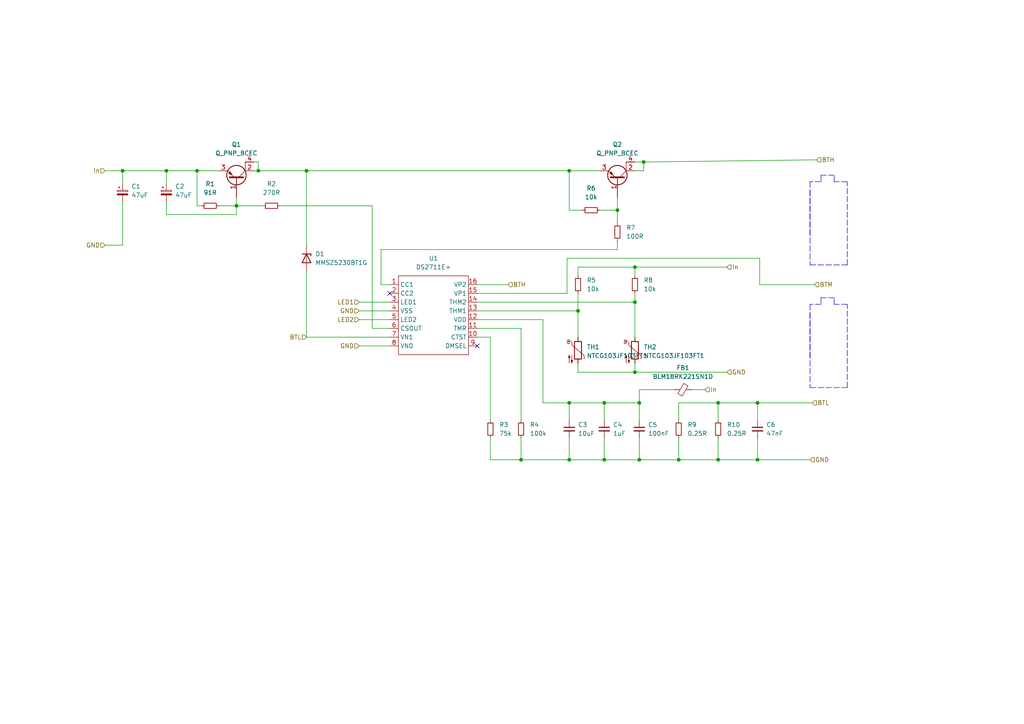
<source format=kicad_sch>
(kicad_sch (version 20211123) (generator eeschema)

  (uuid 1895faed-13c7-4877-930c-ef39a1d7419c)

  (paper "A4")

  (lib_symbols
    (symbol "Device:C_Polarized_Small" (pin_numbers hide) (pin_names (offset 0.254) hide) (in_bom yes) (on_board yes)
      (property "Reference" "C" (id 0) (at 0.254 1.778 0)
        (effects (font (size 1.27 1.27)) (justify left))
      )
      (property "Value" "C_Polarized_Small" (id 1) (at 0.254 -2.032 0)
        (effects (font (size 1.27 1.27)) (justify left))
      )
      (property "Footprint" "" (id 2) (at 0 0 0)
        (effects (font (size 1.27 1.27)) hide)
      )
      (property "Datasheet" "~" (id 3) (at 0 0 0)
        (effects (font (size 1.27 1.27)) hide)
      )
      (property "ki_keywords" "cap capacitor" (id 4) (at 0 0 0)
        (effects (font (size 1.27 1.27)) hide)
      )
      (property "ki_description" "Polarized capacitor, small symbol" (id 5) (at 0 0 0)
        (effects (font (size 1.27 1.27)) hide)
      )
      (property "ki_fp_filters" "CP_*" (id 6) (at 0 0 0)
        (effects (font (size 1.27 1.27)) hide)
      )
      (symbol "C_Polarized_Small_0_1"
        (rectangle (start -1.524 -0.3048) (end 1.524 -0.6858)
          (stroke (width 0) (type default) (color 0 0 0 0))
          (fill (type outline))
        )
        (rectangle (start -1.524 0.6858) (end 1.524 0.3048)
          (stroke (width 0) (type default) (color 0 0 0 0))
          (fill (type none))
        )
        (polyline
          (pts
            (xy -1.27 1.524)
            (xy -0.762 1.524)
          )
          (stroke (width 0) (type default) (color 0 0 0 0))
          (fill (type none))
        )
        (polyline
          (pts
            (xy -1.016 1.27)
            (xy -1.016 1.778)
          )
          (stroke (width 0) (type default) (color 0 0 0 0))
          (fill (type none))
        )
      )
      (symbol "C_Polarized_Small_1_1"
        (pin passive line (at 0 2.54 270) (length 1.8542)
          (name "~" (effects (font (size 1.27 1.27))))
          (number "1" (effects (font (size 1.27 1.27))))
        )
        (pin passive line (at 0 -2.54 90) (length 1.8542)
          (name "~" (effects (font (size 1.27 1.27))))
          (number "2" (effects (font (size 1.27 1.27))))
        )
      )
    )
    (symbol "Device:C_Small" (pin_numbers hide) (pin_names (offset 0.254) hide) (in_bom yes) (on_board yes)
      (property "Reference" "C" (id 0) (at 0.254 1.778 0)
        (effects (font (size 1.27 1.27)) (justify left))
      )
      (property "Value" "C_Small" (id 1) (at 0.254 -2.032 0)
        (effects (font (size 1.27 1.27)) (justify left))
      )
      (property "Footprint" "" (id 2) (at 0 0 0)
        (effects (font (size 1.27 1.27)) hide)
      )
      (property "Datasheet" "~" (id 3) (at 0 0 0)
        (effects (font (size 1.27 1.27)) hide)
      )
      (property "ki_keywords" "capacitor cap" (id 4) (at 0 0 0)
        (effects (font (size 1.27 1.27)) hide)
      )
      (property "ki_description" "Unpolarized capacitor, small symbol" (id 5) (at 0 0 0)
        (effects (font (size 1.27 1.27)) hide)
      )
      (property "ki_fp_filters" "C_*" (id 6) (at 0 0 0)
        (effects (font (size 1.27 1.27)) hide)
      )
      (symbol "C_Small_0_1"
        (polyline
          (pts
            (xy -1.524 -0.508)
            (xy 1.524 -0.508)
          )
          (stroke (width 0.3302) (type default) (color 0 0 0 0))
          (fill (type none))
        )
        (polyline
          (pts
            (xy -1.524 0.508)
            (xy 1.524 0.508)
          )
          (stroke (width 0.3048) (type default) (color 0 0 0 0))
          (fill (type none))
        )
      )
      (symbol "C_Small_1_1"
        (pin passive line (at 0 2.54 270) (length 2.032)
          (name "~" (effects (font (size 1.27 1.27))))
          (number "1" (effects (font (size 1.27 1.27))))
        )
        (pin passive line (at 0 -2.54 90) (length 2.032)
          (name "~" (effects (font (size 1.27 1.27))))
          (number "2" (effects (font (size 1.27 1.27))))
        )
      )
    )
    (symbol "Device:D_Zener" (pin_numbers hide) (pin_names (offset 1.016) hide) (in_bom yes) (on_board yes)
      (property "Reference" "D" (id 0) (at 0 2.54 0)
        (effects (font (size 1.27 1.27)))
      )
      (property "Value" "D_Zener" (id 1) (at 0 -2.54 0)
        (effects (font (size 1.27 1.27)))
      )
      (property "Footprint" "" (id 2) (at 0 0 0)
        (effects (font (size 1.27 1.27)) hide)
      )
      (property "Datasheet" "~" (id 3) (at 0 0 0)
        (effects (font (size 1.27 1.27)) hide)
      )
      (property "ki_keywords" "diode" (id 4) (at 0 0 0)
        (effects (font (size 1.27 1.27)) hide)
      )
      (property "ki_description" "Zener diode" (id 5) (at 0 0 0)
        (effects (font (size 1.27 1.27)) hide)
      )
      (property "ki_fp_filters" "TO-???* *_Diode_* *SingleDiode* D_*" (id 6) (at 0 0 0)
        (effects (font (size 1.27 1.27)) hide)
      )
      (symbol "D_Zener_0_1"
        (polyline
          (pts
            (xy 1.27 0)
            (xy -1.27 0)
          )
          (stroke (width 0) (type default) (color 0 0 0 0))
          (fill (type none))
        )
        (polyline
          (pts
            (xy -1.27 -1.27)
            (xy -1.27 1.27)
            (xy -0.762 1.27)
          )
          (stroke (width 0.254) (type default) (color 0 0 0 0))
          (fill (type none))
        )
        (polyline
          (pts
            (xy 1.27 -1.27)
            (xy 1.27 1.27)
            (xy -1.27 0)
            (xy 1.27 -1.27)
          )
          (stroke (width 0.254) (type default) (color 0 0 0 0))
          (fill (type none))
        )
      )
      (symbol "D_Zener_1_1"
        (pin passive line (at -3.81 0 0) (length 2.54)
          (name "K" (effects (font (size 1.27 1.27))))
          (number "1" (effects (font (size 1.27 1.27))))
        )
        (pin passive line (at 3.81 0 180) (length 2.54)
          (name "A" (effects (font (size 1.27 1.27))))
          (number "2" (effects (font (size 1.27 1.27))))
        )
      )
    )
    (symbol "Device:FerriteBead_Small" (pin_numbers hide) (pin_names (offset 0)) (in_bom yes) (on_board yes)
      (property "Reference" "FB" (id 0) (at 1.905 1.27 0)
        (effects (font (size 1.27 1.27)) (justify left))
      )
      (property "Value" "FerriteBead_Small" (id 1) (at 1.905 -1.27 0)
        (effects (font (size 1.27 1.27)) (justify left))
      )
      (property "Footprint" "" (id 2) (at -1.778 0 90)
        (effects (font (size 1.27 1.27)) hide)
      )
      (property "Datasheet" "~" (id 3) (at 0 0 0)
        (effects (font (size 1.27 1.27)) hide)
      )
      (property "ki_keywords" "L ferrite bead inductor filter" (id 4) (at 0 0 0)
        (effects (font (size 1.27 1.27)) hide)
      )
      (property "ki_description" "Ferrite bead, small symbol" (id 5) (at 0 0 0)
        (effects (font (size 1.27 1.27)) hide)
      )
      (property "ki_fp_filters" "Inductor_* L_* *Ferrite*" (id 6) (at 0 0 0)
        (effects (font (size 1.27 1.27)) hide)
      )
      (symbol "FerriteBead_Small_0_1"
        (polyline
          (pts
            (xy 0 -1.27)
            (xy 0 -0.7874)
          )
          (stroke (width 0) (type default) (color 0 0 0 0))
          (fill (type none))
        )
        (polyline
          (pts
            (xy 0 0.889)
            (xy 0 1.2954)
          )
          (stroke (width 0) (type default) (color 0 0 0 0))
          (fill (type none))
        )
        (polyline
          (pts
            (xy -1.8288 0.2794)
            (xy -1.1176 1.4986)
            (xy 1.8288 -0.2032)
            (xy 1.1176 -1.4224)
            (xy -1.8288 0.2794)
          )
          (stroke (width 0) (type default) (color 0 0 0 0))
          (fill (type none))
        )
      )
      (symbol "FerriteBead_Small_1_1"
        (pin passive line (at 0 2.54 270) (length 1.27)
          (name "~" (effects (font (size 1.27 1.27))))
          (number "1" (effects (font (size 1.27 1.27))))
        )
        (pin passive line (at 0 -2.54 90) (length 1.27)
          (name "~" (effects (font (size 1.27 1.27))))
          (number "2" (effects (font (size 1.27 1.27))))
        )
      )
    )
    (symbol "Device:Q_PNP_BCEC" (pin_names (offset 0) hide) (in_bom yes) (on_board yes)
      (property "Reference" "Q" (id 0) (at 5.08 1.27 0)
        (effects (font (size 1.27 1.27)) (justify left))
      )
      (property "Value" "Q_PNP_BCEC" (id 1) (at 5.08 -1.27 0)
        (effects (font (size 1.27 1.27)) (justify left))
      )
      (property "Footprint" "" (id 2) (at 5.08 2.54 0)
        (effects (font (size 1.27 1.27)) hide)
      )
      (property "Datasheet" "~" (id 3) (at 0 0 0)
        (effects (font (size 1.27 1.27)) hide)
      )
      (property "ki_keywords" "transistor PNP" (id 4) (at 0 0 0)
        (effects (font (size 1.27 1.27)) hide)
      )
      (property "ki_description" "PNP transistor, base/collector/emitter, collector connected to mounting plane" (id 5) (at 0 0 0)
        (effects (font (size 1.27 1.27)) hide)
      )
      (symbol "Q_PNP_BCEC_0_1"
        (polyline
          (pts
            (xy 0.635 0.635)
            (xy 2.54 2.54)
          )
          (stroke (width 0) (type default) (color 0 0 0 0))
          (fill (type none))
        )
        (polyline
          (pts
            (xy 5.08 2.54)
            (xy 2.54 2.54)
          )
          (stroke (width 0) (type default) (color 0 0 0 0))
          (fill (type none))
        )
        (polyline
          (pts
            (xy 0.635 -0.635)
            (xy 2.54 -2.54)
            (xy 2.54 -2.54)
          )
          (stroke (width 0) (type default) (color 0 0 0 0))
          (fill (type none))
        )
        (polyline
          (pts
            (xy 0.635 1.905)
            (xy 0.635 -1.905)
            (xy 0.635 -1.905)
          )
          (stroke (width 0.508) (type default) (color 0 0 0 0))
          (fill (type none))
        )
        (polyline
          (pts
            (xy 2.286 -1.778)
            (xy 1.778 -2.286)
            (xy 1.27 -1.27)
            (xy 2.286 -1.778)
            (xy 2.286 -1.778)
          )
          (stroke (width 0) (type default) (color 0 0 0 0))
          (fill (type outline))
        )
        (circle (center 1.27 0) (radius 2.8194)
          (stroke (width 0.254) (type default) (color 0 0 0 0))
          (fill (type none))
        )
      )
      (symbol "Q_PNP_BCEC_1_1"
        (pin input line (at -5.08 0 0) (length 5.715)
          (name "B" (effects (font (size 1.27 1.27))))
          (number "1" (effects (font (size 1.27 1.27))))
        )
        (pin passive line (at 2.54 5.08 270) (length 2.54)
          (name "C" (effects (font (size 1.27 1.27))))
          (number "2" (effects (font (size 1.27 1.27))))
        )
        (pin passive line (at 2.54 -5.08 90) (length 2.54)
          (name "E" (effects (font (size 1.27 1.27))))
          (number "3" (effects (font (size 1.27 1.27))))
        )
        (pin passive line (at 5.08 5.08 270) (length 2.54)
          (name "C" (effects (font (size 1.27 1.27))))
          (number "4" (effects (font (size 1.27 1.27))))
        )
      )
    )
    (symbol "Device:R_Small" (pin_numbers hide) (pin_names (offset 0.254) hide) (in_bom yes) (on_board yes)
      (property "Reference" "R" (id 0) (at 0.762 0.508 0)
        (effects (font (size 1.27 1.27)) (justify left))
      )
      (property "Value" "R_Small" (id 1) (at 0.762 -1.016 0)
        (effects (font (size 1.27 1.27)) (justify left))
      )
      (property "Footprint" "" (id 2) (at 0 0 0)
        (effects (font (size 1.27 1.27)) hide)
      )
      (property "Datasheet" "~" (id 3) (at 0 0 0)
        (effects (font (size 1.27 1.27)) hide)
      )
      (property "ki_keywords" "R resistor" (id 4) (at 0 0 0)
        (effects (font (size 1.27 1.27)) hide)
      )
      (property "ki_description" "Resistor, small symbol" (id 5) (at 0 0 0)
        (effects (font (size 1.27 1.27)) hide)
      )
      (property "ki_fp_filters" "R_*" (id 6) (at 0 0 0)
        (effects (font (size 1.27 1.27)) hide)
      )
      (symbol "R_Small_0_1"
        (rectangle (start -0.762 1.778) (end 0.762 -1.778)
          (stroke (width 0.2032) (type default) (color 0 0 0 0))
          (fill (type none))
        )
      )
      (symbol "R_Small_1_1"
        (pin passive line (at 0 2.54 270) (length 0.762)
          (name "~" (effects (font (size 1.27 1.27))))
          (number "1" (effects (font (size 1.27 1.27))))
        )
        (pin passive line (at 0 -2.54 90) (length 0.762)
          (name "~" (effects (font (size 1.27 1.27))))
          (number "2" (effects (font (size 1.27 1.27))))
        )
      )
    )
    (symbol "Device:Thermistor_NTC" (pin_numbers hide) (pin_names (offset 0)) (in_bom yes) (on_board yes)
      (property "Reference" "TH" (id 0) (at -4.445 0 90)
        (effects (font (size 1.27 1.27)))
      )
      (property "Value" "Thermistor_NTC" (id 1) (at 3.175 0 90)
        (effects (font (size 1.27 1.27)))
      )
      (property "Footprint" "" (id 2) (at 0 1.27 0)
        (effects (font (size 1.27 1.27)) hide)
      )
      (property "Datasheet" "~" (id 3) (at 0 1.27 0)
        (effects (font (size 1.27 1.27)) hide)
      )
      (property "ki_keywords" "thermistor NTC resistor sensor RTD" (id 4) (at 0 0 0)
        (effects (font (size 1.27 1.27)) hide)
      )
      (property "ki_description" "Temperature dependent resistor, negative temperature coefficient" (id 5) (at 0 0 0)
        (effects (font (size 1.27 1.27)) hide)
      )
      (property "ki_fp_filters" "*NTC* *Thermistor* PIN?ARRAY* bornier* *Terminal?Block* R_*" (id 6) (at 0 0 0)
        (effects (font (size 1.27 1.27)) hide)
      )
      (symbol "Thermistor_NTC_0_1"
        (arc (start -3.048 2.159) (mid -3.0495 2.3143) (end -3.175 2.413)
          (stroke (width 0) (type default) (color 0 0 0 0))
          (fill (type none))
        )
        (arc (start -3.048 2.159) (mid -2.9736 1.9794) (end -2.794 1.905)
          (stroke (width 0) (type default) (color 0 0 0 0))
          (fill (type none))
        )
        (arc (start -3.048 2.794) (mid -2.9736 2.6144) (end -2.794 2.54)
          (stroke (width 0) (type default) (color 0 0 0 0))
          (fill (type none))
        )
        (arc (start -2.794 1.905) (mid -2.6144 1.9794) (end -2.54 2.159)
          (stroke (width 0) (type default) (color 0 0 0 0))
          (fill (type none))
        )
        (arc (start -2.794 2.54) (mid -2.4393 2.5587) (end -2.159 2.794)
          (stroke (width 0) (type default) (color 0 0 0 0))
          (fill (type none))
        )
        (arc (start -2.794 3.048) (mid -2.9736 2.9736) (end -3.048 2.794)
          (stroke (width 0) (type default) (color 0 0 0 0))
          (fill (type none))
        )
        (arc (start -2.54 2.794) (mid -2.6144 2.9736) (end -2.794 3.048)
          (stroke (width 0) (type default) (color 0 0 0 0))
          (fill (type none))
        )
        (rectangle (start -1.016 2.54) (end 1.016 -2.54)
          (stroke (width 0.254) (type default) (color 0 0 0 0))
          (fill (type none))
        )
        (polyline
          (pts
            (xy -2.54 2.159)
            (xy -2.54 2.794)
          )
          (stroke (width 0) (type default) (color 0 0 0 0))
          (fill (type none))
        )
        (polyline
          (pts
            (xy -1.778 2.54)
            (xy -1.778 1.524)
            (xy 1.778 -1.524)
            (xy 1.778 -2.54)
          )
          (stroke (width 0) (type default) (color 0 0 0 0))
          (fill (type none))
        )
        (polyline
          (pts
            (xy -2.54 -3.683)
            (xy -2.54 -1.397)
            (xy -2.794 -2.159)
            (xy -2.286 -2.159)
            (xy -2.54 -1.397)
            (xy -2.54 -1.651)
          )
          (stroke (width 0) (type default) (color 0 0 0 0))
          (fill (type outline))
        )
        (polyline
          (pts
            (xy -1.778 -1.397)
            (xy -1.778 -3.683)
            (xy -2.032 -2.921)
            (xy -1.524 -2.921)
            (xy -1.778 -3.683)
            (xy -1.778 -3.429)
          )
          (stroke (width 0) (type default) (color 0 0 0 0))
          (fill (type outline))
        )
      )
      (symbol "Thermistor_NTC_1_1"
        (pin passive line (at 0 3.81 270) (length 1.27)
          (name "~" (effects (font (size 1.27 1.27))))
          (number "1" (effects (font (size 1.27 1.27))))
        )
        (pin passive line (at 0 -3.81 90) (length 1.27)
          (name "~" (effects (font (size 1.27 1.27))))
          (number "2" (effects (font (size 1.27 1.27))))
        )
      )
    )
    (symbol "b105:DS2711E+" (in_bom yes) (on_board yes)
      (property "Reference" "U" (id 0) (at -10.16 12.7 0)
        (effects (font (size 1.27 1.27)))
      )
      (property "Value" "DS2711E+" (id 1) (at -5.08 15.24 0)
        (effects (font (size 1.27 1.27)))
      )
      (property "Footprint" "" (id 2) (at 0 10.16 0)
        (effects (font (size 1.27 1.27)) hide)
      )
      (property "Datasheet" "" (id 3) (at 0 10.16 0)
        (effects (font (size 1.27 1.27)) hide)
      )
      (symbol "DS2711E+_0_1"
        (rectangle (start -10.16 11.43) (end 10.16 -11.43)
          (stroke (width 0) (type default) (color 0 0 0 0))
          (fill (type none))
        )
      )
      (symbol "DS2711E+_1_1"
        (pin passive line (at -12.7 8.89 0) (length 2.54)
          (name "CC1" (effects (font (size 1.27 1.27))))
          (number "1" (effects (font (size 1.27 1.27))))
        )
        (pin passive line (at 12.7 -6.35 180) (length 2.54)
          (name "CTST" (effects (font (size 1.27 1.27))))
          (number "10" (effects (font (size 1.27 1.27))))
        )
        (pin passive line (at 12.7 -3.81 180) (length 2.54)
          (name "TMR" (effects (font (size 1.27 1.27))))
          (number "11" (effects (font (size 1.27 1.27))))
        )
        (pin passive line (at 12.7 -1.27 180) (length 2.54)
          (name "VDD" (effects (font (size 1.27 1.27))))
          (number "12" (effects (font (size 1.27 1.27))))
        )
        (pin passive line (at 12.7 1.27 180) (length 2.54)
          (name "THM1" (effects (font (size 1.27 1.27))))
          (number "13" (effects (font (size 1.27 1.27))))
        )
        (pin passive line (at 12.7 3.81 180) (length 2.54)
          (name "THM2" (effects (font (size 1.27 1.27))))
          (number "14" (effects (font (size 1.27 1.27))))
        )
        (pin passive line (at 12.7 6.35 180) (length 2.54)
          (name "VP1" (effects (font (size 1.27 1.27))))
          (number "15" (effects (font (size 1.27 1.27))))
        )
        (pin passive line (at 12.7 8.89 180) (length 2.54)
          (name "VP2" (effects (font (size 1.27 1.27))))
          (number "16" (effects (font (size 1.27 1.27))))
        )
        (pin passive line (at -12.7 6.35 0) (length 2.54)
          (name "CC2" (effects (font (size 1.27 1.27))))
          (number "2" (effects (font (size 1.27 1.27))))
        )
        (pin passive line (at -12.7 3.81 0) (length 2.54)
          (name "LED1" (effects (font (size 1.27 1.27))))
          (number "3" (effects (font (size 1.27 1.27))))
        )
        (pin passive line (at -12.7 1.27 0) (length 2.54)
          (name "VSS" (effects (font (size 1.27 1.27))))
          (number "4" (effects (font (size 1.27 1.27))))
        )
        (pin passive line (at -12.7 -1.27 0) (length 2.54)
          (name "LED2" (effects (font (size 1.27 1.27))))
          (number "5" (effects (font (size 1.27 1.27))))
        )
        (pin passive line (at -12.7 -3.81 0) (length 2.54)
          (name "CSOUT" (effects (font (size 1.27 1.27))))
          (number "6" (effects (font (size 1.27 1.27))))
        )
        (pin passive line (at -12.7 -6.35 0) (length 2.54)
          (name "VN1" (effects (font (size 1.27 1.27))))
          (number "7" (effects (font (size 1.27 1.27))))
        )
        (pin passive line (at -12.7 -8.89 0) (length 2.54)
          (name "VN0" (effects (font (size 1.27 1.27))))
          (number "8" (effects (font (size 1.27 1.27))))
        )
        (pin passive line (at 12.7 -8.89 180) (length 2.54)
          (name "DMSEL" (effects (font (size 1.27 1.27))))
          (number "9" (effects (font (size 1.27 1.27))))
        )
      )
    )
  )

  (junction (at 186.69 46.99) (diameter 0) (color 0 0 0 0)
    (uuid 028e9157-4e70-4da0-9f5d-52d3b2bae0ce)
  )
  (junction (at 74.93 49.53) (diameter 0) (color 0 0 0 0)
    (uuid 04f3a0f6-28a3-4428-9ad5-66009eec0729)
  )
  (junction (at 68.58 59.69) (diameter 0) (color 0 0 0 0)
    (uuid 123d3a0f-6f10-458d-9144-26d1e16f2840)
  )
  (junction (at 175.26 133.35) (diameter 0) (color 0 0 0 0)
    (uuid 12f003dc-2ad3-4dec-ae31-72809e76d9ca)
  )
  (junction (at 185.42 116.84) (diameter 0) (color 0 0 0 0)
    (uuid 16486478-0473-402d-a70c-70fcf1d0815c)
  )
  (junction (at 185.42 133.35) (diameter 0) (color 0 0 0 0)
    (uuid 1ca01d1c-fee3-48d9-a3d5-a7b79cacee69)
  )
  (junction (at 196.85 133.35) (diameter 0) (color 0 0 0 0)
    (uuid 24fffc43-2beb-48a2-8dc2-315417215a75)
  )
  (junction (at 151.13 133.35) (diameter 0) (color 0 0 0 0)
    (uuid 2b12fddf-ae64-477a-85c0-39127e5fce43)
  )
  (junction (at 48.26 49.53) (diameter 0) (color 0 0 0 0)
    (uuid 2c02d80f-ccb3-446a-ae2e-28dfefa5c439)
  )
  (junction (at 184.15 107.95) (diameter 0) (color 0 0 0 0)
    (uuid 5e63eeed-dfca-4486-86bf-99e0ebd79677)
  )
  (junction (at 184.15 87.63) (diameter 0) (color 0 0 0 0)
    (uuid 65277d25-cc74-4ce4-9105-0244e1d4e485)
  )
  (junction (at 208.28 133.35) (diameter 0) (color 0 0 0 0)
    (uuid 662dc49b-539d-4791-8a94-70f1fc0060fc)
  )
  (junction (at 184.15 77.47) (diameter 0) (color 0 0 0 0)
    (uuid 8b882291-7dd1-4cd3-9581-786a286fa220)
  )
  (junction (at 219.71 133.35) (diameter 0) (color 0 0 0 0)
    (uuid 8d850f9f-0296-4f2b-bceb-92a6bb243c1b)
  )
  (junction (at 219.71 116.84) (diameter 0) (color 0 0 0 0)
    (uuid 93521421-1eb3-4fe0-94a1-1ff2d180ea26)
  )
  (junction (at 179.07 60.96) (diameter 0) (color 0 0 0 0)
    (uuid 9fb5704e-f73a-4870-aafa-4bdbd37a8e7c)
  )
  (junction (at 165.1 133.35) (diameter 0) (color 0 0 0 0)
    (uuid a957dde6-4ea0-4197-8db8-3b44af8ca67a)
  )
  (junction (at 167.64 90.17) (diameter 0) (color 0 0 0 0)
    (uuid aedc606d-24b7-4ca6-bbc1-bf29bcb9b36a)
  )
  (junction (at 175.26 116.84) (diameter 0) (color 0 0 0 0)
    (uuid ce4bb975-85cc-4c50-9642-e89de92ea52a)
  )
  (junction (at 208.28 116.84) (diameter 0) (color 0 0 0 0)
    (uuid d977b11d-0fea-440c-b728-e9d37763d77f)
  )
  (junction (at 35.56 49.53) (diameter 0) (color 0 0 0 0)
    (uuid e248c0fa-b101-486a-9a4f-fd3713824d7c)
  )
  (junction (at 165.1 116.84) (diameter 0) (color 0 0 0 0)
    (uuid e58db67f-dddb-4100-a37a-5a2a136857c3)
  )
  (junction (at 165.1 49.53) (diameter 0) (color 0 0 0 0)
    (uuid f4a6023c-c0c9-4bdb-8c5b-3ef50b1ff632)
  )
  (junction (at 88.9 49.53) (diameter 0) (color 0 0 0 0)
    (uuid f86e30bd-34ae-48aa-b707-ffc484d59566)
  )
  (junction (at 57.15 49.53) (diameter 0) (color 0 0 0 0)
    (uuid fdf35f47-ef2a-48e2-9ac3-ce744a90fc50)
  )

  (no_connect (at 138.43 100.33) (uuid 2a543127-e17d-4305-b0f9-45f2aa837175))
  (no_connect (at 113.03 85.09) (uuid b6985b99-e6c1-41f3-b00a-f23520b29895))

  (wire (pts (xy 175.26 127) (xy 175.26 133.35))
    (stroke (width 0) (type default) (color 0 0 0 0))
    (uuid 01e07232-ff50-4c65-8096-037aca886efb)
  )
  (wire (pts (xy 58.42 59.69) (xy 57.15 59.69))
    (stroke (width 0) (type default) (color 0 0 0 0))
    (uuid 08464e8c-6e59-4267-8626-bc77ec0b6a94)
  )
  (wire (pts (xy 68.58 62.23) (xy 68.58 59.69))
    (stroke (width 0) (type default) (color 0 0 0 0))
    (uuid 087a05a4-b1eb-4ba5-89f3-c0ddad30a07e)
  )
  (wire (pts (xy 175.26 116.84) (xy 185.42 116.84))
    (stroke (width 0) (type default) (color 0 0 0 0))
    (uuid 0d16958c-6e3d-4037-9c3f-d8b0d544312c)
  )
  (wire (pts (xy 184.15 107.95) (xy 210.82 107.95))
    (stroke (width 0) (type default) (color 0 0 0 0))
    (uuid 0d759ed9-92c8-4161-b142-c65ff53c6b79)
  )
  (wire (pts (xy 208.28 116.84) (xy 219.71 116.84))
    (stroke (width 0) (type default) (color 0 0 0 0))
    (uuid 10d5618f-a3fe-414e-881d-66a5a9e4430a)
  )
  (wire (pts (xy 196.85 127) (xy 196.85 133.35))
    (stroke (width 0) (type default) (color 0 0 0 0))
    (uuid 123ac681-ec0f-4ff2-a829-5717c05e5896)
  )
  (wire (pts (xy 186.69 46.99) (xy 186.69 49.53))
    (stroke (width 0) (type default) (color 0 0 0 0))
    (uuid 15003021-5d26-4cf8-ab5d-f1b26b86f7c4)
  )
  (wire (pts (xy 175.26 116.84) (xy 165.1 116.84))
    (stroke (width 0) (type default) (color 0 0 0 0))
    (uuid 17d98942-7f26-4ab2-9199-7f447608457e)
  )
  (wire (pts (xy 104.14 87.63) (xy 113.03 87.63))
    (stroke (width 0) (type default) (color 0 0 0 0))
    (uuid 187f53e0-e3b5-41ab-8b5f-a36c6196eef9)
  )
  (polyline (pts (xy 241.935 52.705) (xy 241.935 50.8))
    (stroke (width 0) (type default) (color 0 0 0 0))
    (uuid 19635006-6098-4ef4-b216-2f9606d72548)
  )

  (wire (pts (xy 88.9 49.53) (xy 88.9 71.12))
    (stroke (width 0) (type default) (color 0 0 0 0))
    (uuid 1b36dd23-e7ab-4af7-9deb-71c90c7df797)
  )
  (wire (pts (xy 185.42 133.35) (xy 196.85 133.35))
    (stroke (width 0) (type default) (color 0 0 0 0))
    (uuid 1e347361-6138-4eb0-894d-01b8ea4d4095)
  )
  (wire (pts (xy 68.58 59.69) (xy 76.2 59.69))
    (stroke (width 0) (type default) (color 0 0 0 0))
    (uuid 1e77f4f6-ebe6-4105-8318-7c6db52ffc5f)
  )
  (wire (pts (xy 68.58 59.69) (xy 68.58 57.15))
    (stroke (width 0) (type default) (color 0 0 0 0))
    (uuid 242762b8-3350-45b2-9db6-4aafed8a940a)
  )
  (wire (pts (xy 220.345 82.55) (xy 220.345 74.93))
    (stroke (width 0) (type default) (color 0 0 0 0))
    (uuid 295a454d-6b23-429a-bb28-ed30e53337a6)
  )
  (wire (pts (xy 179.07 60.96) (xy 179.07 64.77))
    (stroke (width 0) (type default) (color 0 0 0 0))
    (uuid 2a8d08cb-4a29-4539-bff2-9c2ecac24289)
  )
  (wire (pts (xy 57.15 59.69) (xy 57.15 49.53))
    (stroke (width 0) (type default) (color 0 0 0 0))
    (uuid 2ce37ca9-91c6-48f4-8da3-591e6918a903)
  )
  (wire (pts (xy 30.48 49.53) (xy 35.56 49.53))
    (stroke (width 0) (type default) (color 0 0 0 0))
    (uuid 2ed1ea0d-8b7a-47c0-bcb0-38a08426cfd0)
  )
  (wire (pts (xy 88.9 49.53) (xy 165.1 49.53))
    (stroke (width 0) (type default) (color 0 0 0 0))
    (uuid 315de9e9-90f9-4774-959f-4e76c59b4fab)
  )
  (polyline (pts (xy 238.125 88.265) (xy 234.95 88.265))
    (stroke (width 0) (type default) (color 0 0 0 0))
    (uuid 31c9728a-65d7-4672-8fbb-ba2ea8401dd4)
  )

  (wire (pts (xy 236.855 46.355) (xy 186.69 46.99))
    (stroke (width 0) (type default) (color 0 0 0 0))
    (uuid 3491b42d-fac9-46ef-a0a5-dae5ac2f2775)
  )
  (wire (pts (xy 236.22 82.55) (xy 220.345 82.55))
    (stroke (width 0) (type default) (color 0 0 0 0))
    (uuid 36f5fe75-29f9-43e8-877b-abd8f928d407)
  )
  (wire (pts (xy 157.48 92.71) (xy 138.43 92.71))
    (stroke (width 0) (type default) (color 0 0 0 0))
    (uuid 3d716b48-2ae9-4f08-9422-d217d1681bac)
  )
  (wire (pts (xy 30.48 71.12) (xy 35.56 71.12))
    (stroke (width 0) (type default) (color 0 0 0 0))
    (uuid 3df7a380-bd21-4efd-8596-c57addb1e64a)
  )
  (wire (pts (xy 219.71 127) (xy 219.71 133.35))
    (stroke (width 0) (type default) (color 0 0 0 0))
    (uuid 421d0428-8c2c-4b40-a123-5e7e4f6c762b)
  )
  (wire (pts (xy 113.03 95.25) (xy 107.95 95.25))
    (stroke (width 0) (type default) (color 0 0 0 0))
    (uuid 44a2576b-63ba-4a06-943b-48532f33bb90)
  )
  (polyline (pts (xy 234.95 88.265) (xy 234.95 104.14))
    (stroke (width 0) (type default) (color 0 0 0 0))
    (uuid 48591d59-c779-4de7-b1a3-1c1dff959c15)
  )

  (wire (pts (xy 74.93 46.99) (xy 74.93 49.53))
    (stroke (width 0) (type default) (color 0 0 0 0))
    (uuid 48f34fa9-0ab7-41c6-be5c-2339a0688e47)
  )
  (polyline (pts (xy 241.935 88.265) (xy 241.935 86.36))
    (stroke (width 0) (type default) (color 0 0 0 0))
    (uuid 4bb3e8ab-d089-414d-b285-65286e095f92)
  )

  (wire (pts (xy 208.28 127) (xy 208.28 133.35))
    (stroke (width 0) (type default) (color 0 0 0 0))
    (uuid 4be0cddf-bdb0-492a-a689-8f20213bb757)
  )
  (wire (pts (xy 88.9 78.74) (xy 88.9 97.79))
    (stroke (width 0) (type default) (color 0 0 0 0))
    (uuid 4c01698b-89be-40b4-99bf-1d59bd551757)
  )
  (wire (pts (xy 164.465 74.93) (xy 164.465 85.09))
    (stroke (width 0) (type default) (color 0 0 0 0))
    (uuid 4d3b020e-8baf-4be4-a6a4-11e1f311323d)
  )
  (polyline (pts (xy 241.935 86.36) (xy 238.125 86.36))
    (stroke (width 0) (type default) (color 0 0 0 0))
    (uuid 4e7a590c-2329-4637-b63d-bac5b3002f41)
  )

  (wire (pts (xy 184.15 77.47) (xy 184.15 80.01))
    (stroke (width 0) (type default) (color 0 0 0 0))
    (uuid 4eadf2f9-7940-48ca-94c3-ce7a3fb6a53d)
  )
  (polyline (pts (xy 245.745 88.265) (xy 241.935 88.265))
    (stroke (width 0) (type default) (color 0 0 0 0))
    (uuid 4f0b1c4e-86b7-4975-9130-dc697829f2b5)
  )

  (wire (pts (xy 167.64 90.17) (xy 138.43 90.17))
    (stroke (width 0) (type default) (color 0 0 0 0))
    (uuid 52d820ac-37d7-4fb0-821b-2e6cbbc418f3)
  )
  (wire (pts (xy 208.28 116.84) (xy 208.28 121.92))
    (stroke (width 0) (type default) (color 0 0 0 0))
    (uuid 55531c78-a912-4db0-9f73-af22ea74a24a)
  )
  (wire (pts (xy 200.66 113.03) (xy 204.47 113.03))
    (stroke (width 0) (type default) (color 0 0 0 0))
    (uuid 55864ad2-27f4-4e83-8289-0711b538124c)
  )
  (polyline (pts (xy 234.95 90.805) (xy 234.95 112.395))
    (stroke (width 0) (type default) (color 0 0 0 0))
    (uuid 566a3bec-6984-4132-9f3e-d15cd10967be)
  )

  (wire (pts (xy 168.91 60.96) (xy 165.1 60.96))
    (stroke (width 0) (type default) (color 0 0 0 0))
    (uuid 56bc21c8-ab20-48b1-8886-f21b67adee8e)
  )
  (wire (pts (xy 73.66 49.53) (xy 74.93 49.53))
    (stroke (width 0) (type default) (color 0 0 0 0))
    (uuid 575ba1e4-73fe-443a-ac76-4fbe1508e3ba)
  )
  (wire (pts (xy 167.64 77.47) (xy 184.15 77.47))
    (stroke (width 0) (type default) (color 0 0 0 0))
    (uuid 575e0656-e5bd-492a-9a09-092b779759a2)
  )
  (wire (pts (xy 165.1 49.53) (xy 173.99 49.53))
    (stroke (width 0) (type default) (color 0 0 0 0))
    (uuid 5b4fd142-0cde-4c6f-a9d9-b6cc7370a811)
  )
  (wire (pts (xy 167.64 107.95) (xy 184.15 107.95))
    (stroke (width 0) (type default) (color 0 0 0 0))
    (uuid 5df1f49f-f540-46f0-97a3-ffe6212dfe20)
  )
  (wire (pts (xy 151.13 133.35) (xy 142.24 133.35))
    (stroke (width 0) (type default) (color 0 0 0 0))
    (uuid 5f246014-f9d2-4500-a723-c7fd9d61bb8d)
  )
  (wire (pts (xy 185.42 127) (xy 185.42 133.35))
    (stroke (width 0) (type default) (color 0 0 0 0))
    (uuid 62effc4f-822b-4890-a840-ce4065f96b9f)
  )
  (polyline (pts (xy 238.125 86.36) (xy 238.125 88.265))
    (stroke (width 0) (type default) (color 0 0 0 0))
    (uuid 64237ec7-174d-47d7-b1c7-911ac8cb90f1)
  )
  (polyline (pts (xy 234.95 76.835) (xy 245.745 76.835))
    (stroke (width 0) (type default) (color 0 0 0 0))
    (uuid 64ef2c65-e226-4f72-9834-b0b668d4684c)
  )

  (wire (pts (xy 184.15 77.47) (xy 210.82 77.47))
    (stroke (width 0) (type default) (color 0 0 0 0))
    (uuid 6787288a-52db-42be-b016-819f6cc7c2f8)
  )
  (polyline (pts (xy 234.95 55.245) (xy 234.95 76.835))
    (stroke (width 0) (type default) (color 0 0 0 0))
    (uuid 67f30a9b-932b-48f8-96d4-0a40b59a0568)
  )
  (polyline (pts (xy 234.95 52.705) (xy 234.95 68.58))
    (stroke (width 0) (type default) (color 0 0 0 0))
    (uuid 6a1ffbe5-eb68-4f06-8ba2-8a233a5a866c)
  )

  (wire (pts (xy 185.42 133.35) (xy 175.26 133.35))
    (stroke (width 0) (type default) (color 0 0 0 0))
    (uuid 71e50a6f-c32b-4d76-aa61-f294b659f155)
  )
  (wire (pts (xy 179.07 60.96) (xy 179.07 57.15))
    (stroke (width 0) (type default) (color 0 0 0 0))
    (uuid 725ae040-05be-466f-8314-4bac19283b77)
  )
  (wire (pts (xy 196.85 133.35) (xy 208.28 133.35))
    (stroke (width 0) (type default) (color 0 0 0 0))
    (uuid 72c8609b-10f1-4185-bc9c-93a59371fc43)
  )
  (polyline (pts (xy 238.125 50.8) (xy 238.125 52.705))
    (stroke (width 0) (type default) (color 0 0 0 0))
    (uuid 7399f33f-aab5-47bb-94d3-0fef78cac4f9)
  )

  (wire (pts (xy 196.85 121.92) (xy 196.85 116.84))
    (stroke (width 0) (type default) (color 0 0 0 0))
    (uuid 7543c309-f913-440f-9c13-53d9fef189e0)
  )
  (wire (pts (xy 175.26 133.35) (xy 165.1 133.35))
    (stroke (width 0) (type default) (color 0 0 0 0))
    (uuid 767bec3e-f1fb-48dd-a6dc-2cf70f115897)
  )
  (wire (pts (xy 107.95 59.69) (xy 81.28 59.69))
    (stroke (width 0) (type default) (color 0 0 0 0))
    (uuid 7718b711-e746-414b-97d2-3ea8bf187ef5)
  )
  (wire (pts (xy 151.13 95.25) (xy 151.13 121.92))
    (stroke (width 0) (type default) (color 0 0 0 0))
    (uuid 77d2abbf-4bcc-4af6-8f1b-b6f49aec8701)
  )
  (polyline (pts (xy 245.745 112.395) (xy 245.745 88.265))
    (stroke (width 0) (type default) (color 0 0 0 0))
    (uuid 77d3953e-9d4f-42ee-a5a6-d628227777bb)
  )

  (wire (pts (xy 151.13 95.25) (xy 138.43 95.25))
    (stroke (width 0) (type default) (color 0 0 0 0))
    (uuid 7838c811-f93e-4e39-883c-4d2b22e52d75)
  )
  (wire (pts (xy 219.71 116.84) (xy 235.585 116.84))
    (stroke (width 0) (type default) (color 0 0 0 0))
    (uuid 7c74e9a4-8b48-4f31-aa80-a7f96a3d04ec)
  )
  (wire (pts (xy 104.14 90.17) (xy 113.03 90.17))
    (stroke (width 0) (type default) (color 0 0 0 0))
    (uuid 7c7f33f0-f564-470b-8185-461eb662f9f0)
  )
  (wire (pts (xy 186.69 49.53) (xy 184.15 49.53))
    (stroke (width 0) (type default) (color 0 0 0 0))
    (uuid 7e51644a-76e9-4318-bcb4-9b1e23acad67)
  )
  (polyline (pts (xy 234.95 112.395) (xy 245.745 112.395))
    (stroke (width 0) (type default) (color 0 0 0 0))
    (uuid 815122e0-ac4c-4f77-8c58-e186086403f4)
  )

  (wire (pts (xy 219.71 133.35) (xy 208.28 133.35))
    (stroke (width 0) (type default) (color 0 0 0 0))
    (uuid 824350be-ea2a-481b-97a5-d9c8f7d7a666)
  )
  (wire (pts (xy 104.14 92.71) (xy 113.03 92.71))
    (stroke (width 0) (type default) (color 0 0 0 0))
    (uuid 82481a2c-18ef-4f50-af74-7d3a691ddb0a)
  )
  (wire (pts (xy 110.49 72.39) (xy 110.49 82.55))
    (stroke (width 0) (type default) (color 0 0 0 0))
    (uuid 82ca5d41-ef44-4616-8d78-ef987dcbb571)
  )
  (wire (pts (xy 179.07 72.39) (xy 110.49 72.39))
    (stroke (width 0) (type default) (color 0 0 0 0))
    (uuid 832d1c1c-1e23-4c84-bc67-deebe9e5f5fe)
  )
  (wire (pts (xy 167.64 105.41) (xy 167.64 107.95))
    (stroke (width 0) (type default) (color 0 0 0 0))
    (uuid 858c2417-e1c0-4598-8e6e-4273b8e3dc54)
  )
  (wire (pts (xy 184.15 105.41) (xy 184.15 107.95))
    (stroke (width 0) (type default) (color 0 0 0 0))
    (uuid 85e9f237-a354-48be-9077-22674de10fe6)
  )
  (wire (pts (xy 167.64 85.09) (xy 167.64 90.17))
    (stroke (width 0) (type default) (color 0 0 0 0))
    (uuid 85fa1951-da39-4d91-8d07-46db7a3f84c8)
  )
  (wire (pts (xy 179.07 69.85) (xy 179.07 72.39))
    (stroke (width 0) (type default) (color 0 0 0 0))
    (uuid 87b33692-ada2-454f-9826-52a42ab8bf1a)
  )
  (wire (pts (xy 184.15 87.63) (xy 138.43 87.63))
    (stroke (width 0) (type default) (color 0 0 0 0))
    (uuid 87e08bfc-a95c-4273-b8db-3ebfbb64de1d)
  )
  (wire (pts (xy 73.66 46.99) (xy 74.93 46.99))
    (stroke (width 0) (type default) (color 0 0 0 0))
    (uuid 8815364b-67d7-466f-9fac-70b230f56538)
  )
  (wire (pts (xy 165.1 121.92) (xy 165.1 116.84))
    (stroke (width 0) (type default) (color 0 0 0 0))
    (uuid 8cdacc4d-176f-4331-95cb-ee4bcb2aa8a0)
  )
  (polyline (pts (xy 238.125 52.705) (xy 234.95 52.705))
    (stroke (width 0) (type default) (color 0 0 0 0))
    (uuid 8dd248bc-8703-4da3-b8f1-edf1069046b9)
  )

  (wire (pts (xy 167.64 97.79) (xy 167.64 90.17))
    (stroke (width 0) (type default) (color 0 0 0 0))
    (uuid 92bdc718-5494-4e96-a719-38c74db2763b)
  )
  (wire (pts (xy 184.15 87.63) (xy 184.15 97.79))
    (stroke (width 0) (type default) (color 0 0 0 0))
    (uuid 956032ba-235c-434f-b402-6253d02461f2)
  )
  (wire (pts (xy 138.43 85.09) (xy 164.465 85.09))
    (stroke (width 0) (type default) (color 0 0 0 0))
    (uuid 9633ed2c-d92f-40b9-bc45-7eb17f3fb9ea)
  )
  (wire (pts (xy 63.5 59.69) (xy 68.58 59.69))
    (stroke (width 0) (type default) (color 0 0 0 0))
    (uuid 979d6e5e-351b-4cfe-9d1b-bbca66bbe77e)
  )
  (wire (pts (xy 142.24 133.35) (xy 142.24 127))
    (stroke (width 0) (type default) (color 0 0 0 0))
    (uuid 98b89b9a-d4e9-4a98-a5ac-638605102349)
  )
  (wire (pts (xy 165.1 116.84) (xy 157.48 116.84))
    (stroke (width 0) (type default) (color 0 0 0 0))
    (uuid 9d45c5db-11f3-4893-8a21-1f1206e89afb)
  )
  (wire (pts (xy 185.42 113.03) (xy 185.42 116.84))
    (stroke (width 0) (type default) (color 0 0 0 0))
    (uuid 9f4d0eb9-d209-4960-91fb-f3d1c95d7260)
  )
  (wire (pts (xy 196.85 116.84) (xy 208.28 116.84))
    (stroke (width 0) (type default) (color 0 0 0 0))
    (uuid a36a4a94-2732-4798-8d59-7235e818fe78)
  )
  (wire (pts (xy 219.71 116.84) (xy 219.71 121.92))
    (stroke (width 0) (type default) (color 0 0 0 0))
    (uuid a3db334d-a17b-4567-bbcd-7be38e16dd3d)
  )
  (wire (pts (xy 104.14 100.33) (xy 113.03 100.33))
    (stroke (width 0) (type default) (color 0 0 0 0))
    (uuid a4703ff3-d8c8-4aeb-b0fa-ab97f8a6cbcb)
  )
  (wire (pts (xy 234.95 133.35) (xy 219.71 133.35))
    (stroke (width 0) (type default) (color 0 0 0 0))
    (uuid ad454802-9be4-48e7-8de6-5a2a5d47471f)
  )
  (wire (pts (xy 165.1 133.35) (xy 151.13 133.35))
    (stroke (width 0) (type default) (color 0 0 0 0))
    (uuid b1d0deaf-a1d0-4fdb-bfc2-27872eebf688)
  )
  (wire (pts (xy 57.15 49.53) (xy 63.5 49.53))
    (stroke (width 0) (type default) (color 0 0 0 0))
    (uuid b21ae32b-f1b4-45de-aa53-3aaef8f54ce1)
  )
  (wire (pts (xy 157.48 92.71) (xy 157.48 116.84))
    (stroke (width 0) (type default) (color 0 0 0 0))
    (uuid b44009e3-a577-4297-ab23-a659f2170a03)
  )
  (polyline (pts (xy 245.745 76.835) (xy 245.745 52.705))
    (stroke (width 0) (type default) (color 0 0 0 0))
    (uuid b522562c-f18f-4dad-b762-818318415ca8)
  )

  (wire (pts (xy 220.345 74.93) (xy 164.465 74.93))
    (stroke (width 0) (type default) (color 0 0 0 0))
    (uuid ba0b4ab2-d605-47dc-8642-869b03c4a231)
  )
  (wire (pts (xy 165.1 60.96) (xy 165.1 49.53))
    (stroke (width 0) (type default) (color 0 0 0 0))
    (uuid bb05423c-66ed-4f69-b869-716c5b4de5dc)
  )
  (polyline (pts (xy 241.935 50.8) (xy 238.125 50.8))
    (stroke (width 0) (type default) (color 0 0 0 0))
    (uuid bca0ffb5-d12c-4dfb-9288-3d03310c775f)
  )

  (wire (pts (xy 175.26 121.92) (xy 175.26 116.84))
    (stroke (width 0) (type default) (color 0 0 0 0))
    (uuid bd194381-fb05-4fcc-93a8-9a708dc1e422)
  )
  (wire (pts (xy 167.64 80.01) (xy 167.64 77.47))
    (stroke (width 0) (type default) (color 0 0 0 0))
    (uuid be46dea4-9e2c-40d2-b932-b65abaa60894)
  )
  (wire (pts (xy 185.42 113.03) (xy 195.58 113.03))
    (stroke (width 0) (type default) (color 0 0 0 0))
    (uuid bf96416a-2d82-4b96-a55f-58f5204489e6)
  )
  (wire (pts (xy 35.56 49.53) (xy 35.56 53.34))
    (stroke (width 0) (type default) (color 0 0 0 0))
    (uuid c0946f65-187f-4254-8a93-b6ea1047872e)
  )
  (wire (pts (xy 184.15 46.99) (xy 186.69 46.99))
    (stroke (width 0) (type default) (color 0 0 0 0))
    (uuid c0ed3f28-11a8-497f-a0d6-22af34f76d24)
  )
  (wire (pts (xy 110.49 82.55) (xy 113.03 82.55))
    (stroke (width 0) (type default) (color 0 0 0 0))
    (uuid c4de9b21-cdcf-4427-8920-da88a543eca8)
  )
  (wire (pts (xy 184.15 85.09) (xy 184.15 87.63))
    (stroke (width 0) (type default) (color 0 0 0 0))
    (uuid c9dca70a-f44c-49d8-bca5-a85c8aca7ba6)
  )
  (wire (pts (xy 48.26 62.23) (xy 68.58 62.23))
    (stroke (width 0) (type default) (color 0 0 0 0))
    (uuid cb1a48cd-2418-4622-9a0d-d312bc18ec08)
  )
  (wire (pts (xy 138.43 82.55) (xy 147.32 82.55))
    (stroke (width 0) (type default) (color 0 0 0 0))
    (uuid cd8ddccf-6427-4ab9-8700-a7e660ea9be7)
  )
  (wire (pts (xy 151.13 127) (xy 151.13 133.35))
    (stroke (width 0) (type default) (color 0 0 0 0))
    (uuid ceaa46be-e1b5-4ba3-8987-6b23df4c0297)
  )
  (wire (pts (xy 138.43 97.79) (xy 142.24 97.79))
    (stroke (width 0) (type default) (color 0 0 0 0))
    (uuid d258af58-48a3-4ad5-b25c-ccdcf5fa23fa)
  )
  (wire (pts (xy 48.26 58.42) (xy 48.26 62.23))
    (stroke (width 0) (type default) (color 0 0 0 0))
    (uuid d4d9eee2-f92e-4e11-a7ba-f6eab65e3efc)
  )
  (wire (pts (xy 57.15 49.53) (xy 48.26 49.53))
    (stroke (width 0) (type default) (color 0 0 0 0))
    (uuid dc0c0eb8-c194-408a-899b-19352bef1010)
  )
  (wire (pts (xy 35.56 71.12) (xy 35.56 58.42))
    (stroke (width 0) (type default) (color 0 0 0 0))
    (uuid e2517556-9078-4de6-98ea-76e7ab99f94f)
  )
  (wire (pts (xy 35.56 49.53) (xy 48.26 49.53))
    (stroke (width 0) (type default) (color 0 0 0 0))
    (uuid e3dc4834-cb0b-493a-92e3-de56ac1a1acf)
  )
  (wire (pts (xy 74.93 49.53) (xy 88.9 49.53))
    (stroke (width 0) (type default) (color 0 0 0 0))
    (uuid e539de96-2f5d-4d4b-a6ae-9a81723c5aa3)
  )
  (wire (pts (xy 165.1 127) (xy 165.1 133.35))
    (stroke (width 0) (type default) (color 0 0 0 0))
    (uuid e6039306-c616-4982-8939-e54240cd40af)
  )
  (polyline (pts (xy 245.745 52.705) (xy 241.935 52.705))
    (stroke (width 0) (type default) (color 0 0 0 0))
    (uuid eb5706be-2d49-4025-88a5-4a42356e1c2d)
  )

  (wire (pts (xy 88.9 97.79) (xy 113.03 97.79))
    (stroke (width 0) (type default) (color 0 0 0 0))
    (uuid ecd053ab-a5a5-47a0-a8fb-0ed34b70f092)
  )
  (wire (pts (xy 142.24 97.79) (xy 142.24 121.92))
    (stroke (width 0) (type default) (color 0 0 0 0))
    (uuid efb18d36-4ee2-439c-b948-83a9d158b0a6)
  )
  (wire (pts (xy 173.99 60.96) (xy 179.07 60.96))
    (stroke (width 0) (type default) (color 0 0 0 0))
    (uuid f4ea2729-1347-45c0-9cde-f1cfd36a8df4)
  )
  (wire (pts (xy 185.42 121.92) (xy 185.42 116.84))
    (stroke (width 0) (type default) (color 0 0 0 0))
    (uuid f9566eb9-9da0-4a37-a717-b34ed8638449)
  )
  (wire (pts (xy 107.95 95.25) (xy 107.95 59.69))
    (stroke (width 0) (type default) (color 0 0 0 0))
    (uuid fe147224-96ae-4933-99d7-5b246bf6d8c8)
  )
  (wire (pts (xy 48.26 49.53) (xy 48.26 53.34))
    (stroke (width 0) (type default) (color 0 0 0 0))
    (uuid feedf021-c5dc-484f-82d2-77ea54d20814)
  )

  (hierarchical_label "BTL" (shape input) (at 235.585 116.84 0)
    (effects (font (size 1.27 1.27)) (justify left))
    (uuid 16dbea13-d9df-492a-a63e-161f94b8c6b8)
  )
  (hierarchical_label "In" (shape input) (at 210.82 77.47 0)
    (effects (font (size 1.27 1.27)) (justify left))
    (uuid 273fa784-df9c-4216-a4d2-56dd8629e357)
  )
  (hierarchical_label "BTH" (shape input) (at 147.32 82.55 0)
    (effects (font (size 1.27 1.27)) (justify left))
    (uuid 38cd053f-27c9-4ff3-95f2-d52f71cd6dad)
  )
  (hierarchical_label "GND" (shape input) (at 234.95 133.35 0)
    (effects (font (size 1.27 1.27)) (justify left))
    (uuid 3a157695-9c71-4123-9d47-e9f157bde643)
  )
  (hierarchical_label "LED1" (shape input) (at 104.14 87.63 180)
    (effects (font (size 1.27 1.27)) (justify right))
    (uuid 3c63e439-bb4b-4716-b4e8-d2d498f4fa9e)
  )
  (hierarchical_label "GND" (shape input) (at 104.14 90.17 180)
    (effects (font (size 1.27 1.27)) (justify right))
    (uuid 427ebe29-afd2-4488-85d7-04d8b48a37b8)
  )
  (hierarchical_label "GND" (shape input) (at 104.14 100.33 180)
    (effects (font (size 1.27 1.27)) (justify right))
    (uuid 5d03f0b9-f480-4cb7-aedd-9340490f2269)
  )
  (hierarchical_label "GND" (shape input) (at 30.48 71.12 180)
    (effects (font (size 1.27 1.27)) (justify right))
    (uuid 748de481-1f82-4515-921b-b1ea9e2fab24)
  )
  (hierarchical_label "LED2" (shape input) (at 104.14 92.71 180)
    (effects (font (size 1.27 1.27)) (justify right))
    (uuid 8880fd8b-7a53-49c1-aad7-7123ce7ca9a4)
  )
  (hierarchical_label "In" (shape input) (at 30.48 49.53 180)
    (effects (font (size 1.27 1.27)) (justify right))
    (uuid 8dd20cd0-eaec-46be-8115-596557a42dff)
  )
  (hierarchical_label "GND" (shape input) (at 210.82 107.95 0)
    (effects (font (size 1.27 1.27)) (justify left))
    (uuid 9d806b67-193f-4bbc-b287-86122e342c9d)
  )
  (hierarchical_label "BTL" (shape input) (at 88.9 97.79 180)
    (effects (font (size 1.27 1.27)) (justify right))
    (uuid c7f0fe41-7fa7-4193-9786-d63c00738f99)
  )
  (hierarchical_label "In" (shape input) (at 204.47 113.03 0)
    (effects (font (size 1.27 1.27)) (justify left))
    (uuid cde8271c-83b6-4a40-93af-2cc52be11942)
  )
  (hierarchical_label "BTH" (shape input) (at 236.855 46.355 0)
    (effects (font (size 1.27 1.27)) (justify left))
    (uuid cebad8d8-b5e9-4c0a-ac66-71dd8ee93eb2)
  )
  (hierarchical_label "BTM" (shape input) (at 236.22 82.55 0)
    (effects (font (size 1.27 1.27)) (justify left))
    (uuid eb49fc0b-7878-4fb6-aba6-59c59b4d7dd0)
  )

  (symbol (lib_id "Device:Q_PNP_BCEC") (at 68.58 52.07 270) (mirror x) (unit 1)
    (in_bom yes) (on_board yes) (fields_autoplaced)
    (uuid 283c94bd-0e7d-42b5-bf45-fd85fcca2933)
    (property "Reference" "Q1" (id 0) (at 68.58 41.91 90))
    (property "Value" "Q_PNP_BCEC" (id 1) (at 68.58 44.45 90))
    (property "Footprint" "Package_TO_SOT_SMD:TO-252-3_TabPin4" (id 2) (at 71.12 46.99 0)
      (effects (font (size 1.27 1.27)) hide)
    )
    (property "Datasheet" "~" (id 3) (at 68.58 52.07 0)
      (effects (font (size 1.27 1.27)) hide)
    )
    (property "MPN" "MJD45H11T4G" (id 4) (at 68.58 52.07 90)
      (effects (font (size 1.27 1.27)) hide)
    )
    (pin "1" (uuid f424c6ae-1a0e-452c-bc6a-1c9381e7a849))
    (pin "2" (uuid 34921da0-6f6a-49c4-b867-32fe8f689389))
    (pin "3" (uuid 7bc0a2b7-7bfd-4eed-a8a8-2d17fc156045))
    (pin "4" (uuid a94609de-e5c2-41ef-9d5a-c137d0db4573))
  )

  (symbol (lib_id "Device:R_Small") (at 142.24 124.46 180) (unit 1)
    (in_bom yes) (on_board yes) (fields_autoplaced)
    (uuid 2ce8a9cf-897a-4a79-a3e7-3605c42ed8c9)
    (property "Reference" "R3" (id 0) (at 144.78 123.1899 0)
      (effects (font (size 1.27 1.27)) (justify right))
    )
    (property "Value" "75k" (id 1) (at 144.78 125.7299 0)
      (effects (font (size 1.27 1.27)) (justify right))
    )
    (property "Footprint" "Resistor_SMD:R_0603_1608Metric" (id 2) (at 142.24 124.46 0)
      (effects (font (size 1.27 1.27)) hide)
    )
    (property "Datasheet" "~" (id 3) (at 142.24 124.46 0)
      (effects (font (size 1.27 1.27)) hide)
    )
    (pin "1" (uuid dcf970b9-9519-4281-89a1-d5f583c8c5de))
    (pin "2" (uuid 3f11aa7f-4339-46a6-b5ed-dcb37ddfc65b))
  )

  (symbol (lib_id "Device:R_Small") (at 151.13 124.46 180) (unit 1)
    (in_bom yes) (on_board yes) (fields_autoplaced)
    (uuid 3d520106-3478-4305-be46-3b791a8c8cbc)
    (property "Reference" "R4" (id 0) (at 153.67 123.1899 0)
      (effects (font (size 1.27 1.27)) (justify right))
    )
    (property "Value" "100k" (id 1) (at 153.67 125.7299 0)
      (effects (font (size 1.27 1.27)) (justify right))
    )
    (property "Footprint" "Resistor_SMD:R_0603_1608Metric" (id 2) (at 151.13 124.46 0)
      (effects (font (size 1.27 1.27)) hide)
    )
    (property "Datasheet" "~" (id 3) (at 151.13 124.46 0)
      (effects (font (size 1.27 1.27)) hide)
    )
    (pin "1" (uuid 0f658e2d-8d89-4822-8290-ee6f282e8ab1))
    (pin "2" (uuid 04f8e672-7d61-4d20-88be-d86cbbff2d15))
  )

  (symbol (lib_id "Device:R_Small") (at 171.45 60.96 90) (unit 1)
    (in_bom yes) (on_board yes) (fields_autoplaced)
    (uuid 50a8031c-80fe-4149-a125-88317681c866)
    (property "Reference" "R6" (id 0) (at 171.45 54.61 90))
    (property "Value" "10k" (id 1) (at 171.45 57.15 90))
    (property "Footprint" "Resistor_SMD:R_0603_1608Metric" (id 2) (at 171.45 60.96 0)
      (effects (font (size 1.27 1.27)) hide)
    )
    (property "Datasheet" "~" (id 3) (at 171.45 60.96 0)
      (effects (font (size 1.27 1.27)) hide)
    )
    (pin "1" (uuid c76751b6-27eb-4e4a-b017-f96f69b1656f))
    (pin "2" (uuid 63613d9b-6bc1-4203-96f3-397fdd5660cb))
  )

  (symbol (lib_id "Device:C_Small") (at 185.42 124.46 0) (unit 1)
    (in_bom yes) (on_board yes) (fields_autoplaced)
    (uuid 64d37012-596e-4b34-a5d3-35cbc2ad7874)
    (property "Reference" "C5" (id 0) (at 187.96 123.1962 0)
      (effects (font (size 1.27 1.27)) (justify left))
    )
    (property "Value" "100nF" (id 1) (at 187.96 125.7362 0)
      (effects (font (size 1.27 1.27)) (justify left))
    )
    (property "Footprint" "Capacitor_SMD:C_0603_1608Metric" (id 2) (at 185.42 124.46 0)
      (effects (font (size 1.27 1.27)) hide)
    )
    (property "Datasheet" "~" (id 3) (at 185.42 124.46 0)
      (effects (font (size 1.27 1.27)) hide)
    )
    (pin "1" (uuid d7c7601f-d062-4046-b4bd-2de6662dd708))
    (pin "2" (uuid 1119fc6a-dee2-4931-9552-1ad7a7482ce0))
  )

  (symbol (lib_id "Device:C_Small") (at 175.26 124.46 0) (unit 1)
    (in_bom yes) (on_board yes) (fields_autoplaced)
    (uuid 6b11a59a-d987-4407-89c2-b557e4786cc4)
    (property "Reference" "C4" (id 0) (at 177.8 123.1962 0)
      (effects (font (size 1.27 1.27)) (justify left))
    )
    (property "Value" "1uF" (id 1) (at 177.8 125.7362 0)
      (effects (font (size 1.27 1.27)) (justify left))
    )
    (property "Footprint" "Capacitor_SMD:C_0603_1608Metric" (id 2) (at 175.26 124.46 0)
      (effects (font (size 1.27 1.27)) hide)
    )
    (property "Datasheet" "~" (id 3) (at 175.26 124.46 0)
      (effects (font (size 1.27 1.27)) hide)
    )
    (pin "1" (uuid 1835419b-ca29-43f3-8999-40502690d57a))
    (pin "2" (uuid de2fdbed-480a-44bc-84cc-a61059544523))
  )

  (symbol (lib_id "Device:D_Zener") (at 88.9 74.93 270) (unit 1)
    (in_bom yes) (on_board yes) (fields_autoplaced)
    (uuid 71432c14-591e-4ab3-a66c-bc5864b5d156)
    (property "Reference" "D1" (id 0) (at 91.44 73.6599 90)
      (effects (font (size 1.27 1.27)) (justify left))
    )
    (property "Value" "MMSZ5230BT1G" (id 1) (at 91.44 76.1999 90)
      (effects (font (size 1.27 1.27)) (justify left))
    )
    (property "Footprint" "Diode_SMD:D_SOD-123" (id 2) (at 88.9 74.93 0)
      (effects (font (size 1.27 1.27)) hide)
    )
    (property "Datasheet" "~" (id 3) (at 88.9 74.93 0)
      (effects (font (size 1.27 1.27)) hide)
    )
    (property "MPN" "MMSZ5230BT1G" (id 4) (at 88.9 74.93 90)
      (effects (font (size 1.27 1.27)) hide)
    )
    (pin "1" (uuid 67cd12ef-9a8b-468b-8c24-8c167d91fa91))
    (pin "2" (uuid 0a382ce6-7528-4e68-8c60-880fbcd98ef9))
  )

  (symbol (lib_id "Device:C_Small") (at 219.71 124.46 0) (unit 1)
    (in_bom yes) (on_board yes) (fields_autoplaced)
    (uuid 734bc5af-a3d4-4ddf-9946-b98a91413866)
    (property "Reference" "C6" (id 0) (at 222.25 123.1962 0)
      (effects (font (size 1.27 1.27)) (justify left))
    )
    (property "Value" "47nF" (id 1) (at 222.25 125.7362 0)
      (effects (font (size 1.27 1.27)) (justify left))
    )
    (property "Footprint" "Capacitor_SMD:C_0603_1608Metric" (id 2) (at 219.71 124.46 0)
      (effects (font (size 1.27 1.27)) hide)
    )
    (property "Datasheet" "~" (id 3) (at 219.71 124.46 0)
      (effects (font (size 1.27 1.27)) hide)
    )
    (pin "1" (uuid 0d61f6d5-3cd6-4678-8ec5-dd235c886617))
    (pin "2" (uuid f9c7ca47-8602-47da-b420-cb054786e8e9))
  )

  (symbol (lib_id "Device:R_Small") (at 196.85 124.46 180) (unit 1)
    (in_bom yes) (on_board yes) (fields_autoplaced)
    (uuid 7ce64a69-54c2-4aa7-a0b9-19efef9cfbcd)
    (property "Reference" "R9" (id 0) (at 199.39 123.1899 0)
      (effects (font (size 1.27 1.27)) (justify right))
    )
    (property "Value" "0.25R" (id 1) (at 199.39 125.7299 0)
      (effects (font (size 1.27 1.27)) (justify right))
    )
    (property "Footprint" "Resistor_SMD:R_1206_3216Metric" (id 2) (at 196.85 124.46 0)
      (effects (font (size 1.27 1.27)) hide)
    )
    (property "Datasheet" "~" (id 3) (at 196.85 124.46 0)
      (effects (font (size 1.27 1.27)) hide)
    )
    (pin "1" (uuid 9bd05cc1-1fb4-43e6-b35e-963f975945b9))
    (pin "2" (uuid e5ba8ba4-c4d6-4ce5-9e9d-ae0443e71226))
  )

  (symbol (lib_id "Device:R_Small") (at 60.96 59.69 90) (unit 1)
    (in_bom yes) (on_board yes) (fields_autoplaced)
    (uuid 8bf75624-7133-4a49-a2d2-4edee8b1403a)
    (property "Reference" "R1" (id 0) (at 60.96 53.34 90))
    (property "Value" "91R" (id 1) (at 60.96 55.88 90))
    (property "Footprint" "Resistor_SMD:R_0603_1608Metric" (id 2) (at 60.96 59.69 0)
      (effects (font (size 1.27 1.27)) hide)
    )
    (property "Datasheet" "~" (id 3) (at 60.96 59.69 0)
      (effects (font (size 1.27 1.27)) hide)
    )
    (pin "1" (uuid b0310d75-1993-4ca2-8ca7-c5df7255c0be))
    (pin "2" (uuid a596d221-ffe6-4371-b23a-832e33c3c8e2))
  )

  (symbol (lib_id "Device:C_Small") (at 165.1 124.46 0) (unit 1)
    (in_bom yes) (on_board yes) (fields_autoplaced)
    (uuid 8cb72fe3-687c-4d99-88af-84846dd011f2)
    (property "Reference" "C3" (id 0) (at 167.64 123.1962 0)
      (effects (font (size 1.27 1.27)) (justify left))
    )
    (property "Value" "10uF" (id 1) (at 167.64 125.7362 0)
      (effects (font (size 1.27 1.27)) (justify left))
    )
    (property "Footprint" "Capacitor_SMD:C_0603_1608Metric" (id 2) (at 165.1 124.46 0)
      (effects (font (size 1.27 1.27)) hide)
    )
    (property "Datasheet" "~" (id 3) (at 165.1 124.46 0)
      (effects (font (size 1.27 1.27)) hide)
    )
    (pin "1" (uuid e11094c0-cc04-4930-a6e3-d7a5e7cd1494))
    (pin "2" (uuid e17516dc-95fa-47fe-ac12-4ee0c728d6aa))
  )

  (symbol (lib_id "b105:DS2711E+") (at 125.73 91.44 0) (unit 1)
    (in_bom yes) (on_board yes) (fields_autoplaced)
    (uuid 8f223000-c7e2-410e-9a79-182ed32cb542)
    (property "Reference" "U1" (id 0) (at 125.73 74.93 0))
    (property "Value" "DS2711E+" (id 1) (at 125.73 77.47 0))
    (property "Footprint" "Package_SO:TSSOP-16_4.4x3.6mm_P0.4mm" (id 2) (at 125.73 81.28 0)
      (effects (font (size 1.27 1.27)) hide)
    )
    (property "Datasheet" "" (id 3) (at 125.73 81.28 0)
      (effects (font (size 1.27 1.27)) hide)
    )
    (property "MPN" "DS2711E+" (id 4) (at 125.73 91.44 0)
      (effects (font (size 1.27 1.27)) hide)
    )
    (pin "1" (uuid c411aa4a-43bc-4db3-8d59-c2b541dc57c8))
    (pin "10" (uuid 75e915db-dfcd-4ac0-9fcb-5e969ec1a246))
    (pin "11" (uuid 979048b4-f8bd-4c44-9bc8-9c076e0bf451))
    (pin "12" (uuid 0bb84bdd-c187-4e07-be7e-d3cd1584afc6))
    (pin "13" (uuid 3e90369d-ac56-46a0-b98b-bcff74be79a0))
    (pin "14" (uuid 6018c31e-dc24-44da-87b3-b7be49cf0bda))
    (pin "15" (uuid a8911609-bec1-4882-a896-84040746257a))
    (pin "16" (uuid f3c2b242-7d1a-4c2b-98e5-cd4fe659cea0))
    (pin "2" (uuid 5a17a14b-6f34-481d-9c8e-c7516a940f20))
    (pin "3" (uuid cad134eb-97bf-44e6-aaa8-5d495038a7fc))
    (pin "4" (uuid 38e6871b-9d1d-4078-a54f-0405e912e29a))
    (pin "5" (uuid 0b704b15-498d-4ad5-b5b9-df169422f1fe))
    (pin "6" (uuid 37b41b2a-0a36-4152-88c6-ff48464106c6))
    (pin "7" (uuid f4907e92-8c33-4522-86bd-7a0594e97cd7))
    (pin "8" (uuid 552097cf-87e0-4d15-b790-4e6ec68d480f))
    (pin "9" (uuid 2037058c-8ce3-41c9-b970-6a51610d87a9))
  )

  (symbol (lib_id "Device:FerriteBead_Small") (at 198.12 113.03 90) (unit 1)
    (in_bom yes) (on_board yes) (fields_autoplaced)
    (uuid a508d392-e286-409f-a1fb-56fe7ae2a95f)
    (property "Reference" "FB1" (id 0) (at 198.0819 106.68 90))
    (property "Value" "BLM18RK221SN1D" (id 1) (at 198.0819 109.22 90))
    (property "Footprint" "Capacitor_SMD:C_0603_1608Metric" (id 2) (at 198.12 114.808 90)
      (effects (font (size 1.27 1.27)) hide)
    )
    (property "Datasheet" "~" (id 3) (at 198.12 113.03 0)
      (effects (font (size 1.27 1.27)) hide)
    )
    (pin "1" (uuid 76d63fe0-34fc-4c01-8abd-ff32029bffc1))
    (pin "2" (uuid 97c0e645-29ca-4da8-8065-53430fe55608))
  )

  (symbol (lib_id "Device:C_Polarized_Small") (at 48.26 55.88 0) (unit 1)
    (in_bom yes) (on_board yes) (fields_autoplaced)
    (uuid aa31e751-fc73-4ebd-9e48-3f574b43c888)
    (property "Reference" "C2" (id 0) (at 50.8 54.0638 0)
      (effects (font (size 1.27 1.27)) (justify left))
    )
    (property "Value" "47uF" (id 1) (at 50.8 56.6038 0)
      (effects (font (size 1.27 1.27)) (justify left))
    )
    (property "Footprint" "Capacitor_SMD:C_1210_3225Metric" (id 2) (at 48.26 55.88 0)
      (effects (font (size 1.27 1.27)) hide)
    )
    (property "Datasheet" "~" (id 3) (at 48.26 55.88 0)
      (effects (font (size 1.27 1.27)) hide)
    )
    (property "MPN" "TAJB476K010RNJ" (id 4) (at 48.26 55.88 0)
      (effects (font (size 1.27 1.27)) hide)
    )
    (pin "1" (uuid ec215f45-ef5e-4f57-ac05-d298a6f9552b))
    (pin "2" (uuid d5ff195a-bf74-440e-b747-1370c7e3129f))
  )

  (symbol (lib_id "Device:C_Polarized_Small") (at 35.56 55.88 0) (unit 1)
    (in_bom yes) (on_board yes) (fields_autoplaced)
    (uuid ad71b08f-fcf9-4667-8e00-5a61efd13121)
    (property "Reference" "C1" (id 0) (at 38.1 54.0638 0)
      (effects (font (size 1.27 1.27)) (justify left))
    )
    (property "Value" "47uF" (id 1) (at 38.1 56.6038 0)
      (effects (font (size 1.27 1.27)) (justify left))
    )
    (property "Footprint" "Capacitor_SMD:C_1210_3225Metric" (id 2) (at 35.56 55.88 0)
      (effects (font (size 1.27 1.27)) hide)
    )
    (property "Datasheet" "~" (id 3) (at 35.56 55.88 0)
      (effects (font (size 1.27 1.27)) hide)
    )
    (property "MPN" "TAJB476K010RNJ" (id 4) (at 35.56 55.88 0)
      (effects (font (size 1.27 1.27)) hide)
    )
    (pin "1" (uuid 9b835dfa-b7e5-4318-91e0-452248e68616))
    (pin "2" (uuid 81ac6bd0-7cc6-46c2-bee8-cb841b12a7e0))
  )

  (symbol (lib_id "Device:R_Small") (at 167.64 82.55 180) (unit 1)
    (in_bom yes) (on_board yes) (fields_autoplaced)
    (uuid b71c7589-859f-4ba5-8e91-a2f7dc6394b1)
    (property "Reference" "R5" (id 0) (at 170.18 81.2799 0)
      (effects (font (size 1.27 1.27)) (justify right))
    )
    (property "Value" "10k" (id 1) (at 170.18 83.8199 0)
      (effects (font (size 1.27 1.27)) (justify right))
    )
    (property "Footprint" "Resistor_SMD:R_0603_1608Metric" (id 2) (at 167.64 82.55 0)
      (effects (font (size 1.27 1.27)) hide)
    )
    (property "Datasheet" "~" (id 3) (at 167.64 82.55 0)
      (effects (font (size 1.27 1.27)) hide)
    )
    (pin "1" (uuid 835c7f87-b932-44bf-a18c-2abe2feb0ff8))
    (pin "2" (uuid 22be0653-2498-4088-9530-82604bbc6474))
  )

  (symbol (lib_id "Device:R_Small") (at 78.74 59.69 90) (unit 1)
    (in_bom yes) (on_board yes) (fields_autoplaced)
    (uuid ca39b9fc-3595-4b03-ac68-ad587aecbf99)
    (property "Reference" "R2" (id 0) (at 78.74 53.34 90))
    (property "Value" "270R" (id 1) (at 78.74 55.88 90))
    (property "Footprint" "Resistor_SMD:R_0603_1608Metric" (id 2) (at 78.74 59.69 0)
      (effects (font (size 1.27 1.27)) hide)
    )
    (property "Datasheet" "~" (id 3) (at 78.74 59.69 0)
      (effects (font (size 1.27 1.27)) hide)
    )
    (pin "1" (uuid e0820bf2-9477-46fa-98da-859eb985a2e2))
    (pin "2" (uuid ecd1e43b-ce88-4d21-a076-18774763d246))
  )

  (symbol (lib_id "Device:R_Small") (at 179.07 67.31 180) (unit 1)
    (in_bom yes) (on_board yes) (fields_autoplaced)
    (uuid cc44aad7-7508-48ea-a536-8fc1b35b4ee1)
    (property "Reference" "R7" (id 0) (at 181.61 66.0399 0)
      (effects (font (size 1.27 1.27)) (justify right))
    )
    (property "Value" "100R" (id 1) (at 181.61 68.5799 0)
      (effects (font (size 1.27 1.27)) (justify right))
    )
    (property "Footprint" "Resistor_SMD:R_0603_1608Metric" (id 2) (at 179.07 67.31 0)
      (effects (font (size 1.27 1.27)) hide)
    )
    (property "Datasheet" "~" (id 3) (at 179.07 67.31 0)
      (effects (font (size 1.27 1.27)) hide)
    )
    (pin "1" (uuid 2b5b873e-83a2-42ec-904f-5454740e4e66))
    (pin "2" (uuid 053340b9-ad99-4424-b834-bdd7fd2df71c))
  )

  (symbol (lib_id "Device:Thermistor_NTC") (at 184.15 101.6 0) (unit 1)
    (in_bom yes) (on_board yes) (fields_autoplaced)
    (uuid db58a940-af2b-4bcb-8089-2304fcfe6616)
    (property "Reference" "TH2" (id 0) (at 186.69 100.6474 0)
      (effects (font (size 1.27 1.27)) (justify left))
    )
    (property "Value" "NTCG103JF103FT1" (id 1) (at 186.69 103.1874 0)
      (effects (font (size 1.27 1.27)) (justify left))
    )
    (property "Footprint" "Resistor_SMD:R_0402_1005Metric" (id 2) (at 184.15 100.33 0)
      (effects (font (size 1.27 1.27)) hide)
    )
    (property "Datasheet" "~" (id 3) (at 184.15 100.33 0)
      (effects (font (size 1.27 1.27)) hide)
    )
    (property "MPN" "NTCG103JF103FT1" (id 4) (at 184.15 101.6 0)
      (effects (font (size 1.27 1.27)) hide)
    )
    (pin "1" (uuid 76cedcdd-ac74-4a86-b087-732ae320ae43))
    (pin "2" (uuid d9b089f1-6907-4285-a271-cf6f85a6d649))
  )

  (symbol (lib_id "Device:Thermistor_NTC") (at 167.64 101.6 0) (unit 1)
    (in_bom yes) (on_board yes) (fields_autoplaced)
    (uuid e6089dad-f7f0-4cd6-9e39-d7e01ebc0bb0)
    (property "Reference" "TH1" (id 0) (at 170.18 100.6474 0)
      (effects (font (size 1.27 1.27)) (justify left))
    )
    (property "Value" "NTCG103JF103FT1" (id 1) (at 170.18 103.1874 0)
      (effects (font (size 1.27 1.27)) (justify left))
    )
    (property "Footprint" "Resistor_SMD:R_0402_1005Metric" (id 2) (at 167.64 100.33 0)
      (effects (font (size 1.27 1.27)) hide)
    )
    (property "Datasheet" "~" (id 3) (at 167.64 100.33 0)
      (effects (font (size 1.27 1.27)) hide)
    )
    (property "MPN" "NTCG103JF103FT1" (id 4) (at 167.64 101.6 0)
      (effects (font (size 1.27 1.27)) hide)
    )
    (pin "1" (uuid 1fb5a39c-eef4-4a0f-9017-46df2887025f))
    (pin "2" (uuid 181dd3e8-2648-46f2-879d-196fbd5c1bf7))
  )

  (symbol (lib_id "Device:R_Small") (at 184.15 82.55 180) (unit 1)
    (in_bom yes) (on_board yes) (fields_autoplaced)
    (uuid ed675d7d-640b-4eb8-98e3-aa6292184055)
    (property "Reference" "R8" (id 0) (at 186.69 81.2799 0)
      (effects (font (size 1.27 1.27)) (justify right))
    )
    (property "Value" "10k" (id 1) (at 186.69 83.8199 0)
      (effects (font (size 1.27 1.27)) (justify right))
    )
    (property "Footprint" "Resistor_SMD:R_0603_1608Metric" (id 2) (at 184.15 82.55 0)
      (effects (font (size 1.27 1.27)) hide)
    )
    (property "Datasheet" "~" (id 3) (at 184.15 82.55 0)
      (effects (font (size 1.27 1.27)) hide)
    )
    (pin "1" (uuid 254d2d3b-1e67-4969-a65c-ec625e801996))
    (pin "2" (uuid 7771354e-ab2b-4552-bb4d-f146723f884b))
  )

  (symbol (lib_id "Device:R_Small") (at 208.28 124.46 180) (unit 1)
    (in_bom yes) (on_board yes) (fields_autoplaced)
    (uuid fa28c2c0-3780-4891-b1ef-5ed188a86389)
    (property "Reference" "R10" (id 0) (at 210.82 123.1899 0)
      (effects (font (size 1.27 1.27)) (justify right))
    )
    (property "Value" "0.25R" (id 1) (at 210.82 125.7299 0)
      (effects (font (size 1.27 1.27)) (justify right))
    )
    (property "Footprint" "Resistor_SMD:R_1206_3216Metric" (id 2) (at 208.28 124.46 0)
      (effects (font (size 1.27 1.27)) hide)
    )
    (property "Datasheet" "~" (id 3) (at 208.28 124.46 0)
      (effects (font (size 1.27 1.27)) hide)
    )
    (pin "1" (uuid 55447727-46f1-430e-acdd-8527891287bf))
    (pin "2" (uuid 2780c2fd-0942-4a80-96d9-f9a8a813a80d))
  )

  (symbol (lib_id "Device:Q_PNP_BCEC") (at 179.07 52.07 270) (mirror x) (unit 1)
    (in_bom yes) (on_board yes) (fields_autoplaced)
    (uuid faa4d3f3-719d-4d8a-aa49-32a718622f83)
    (property "Reference" "Q2" (id 0) (at 179.07 41.91 90))
    (property "Value" "Q_PNP_BCEC" (id 1) (at 179.07 44.45 90))
    (property "Footprint" "Package_TO_SOT_SMD:TO-252-3_TabPin4" (id 2) (at 181.61 46.99 0)
      (effects (font (size 1.27 1.27)) hide)
    )
    (property "Datasheet" "~" (id 3) (at 179.07 52.07 0)
      (effects (font (size 1.27 1.27)) hide)
    )
    (property "MPN" "MJD45H11T4G" (id 4) (at 179.07 52.07 90)
      (effects (font (size 1.27 1.27)) hide)
    )
    (pin "1" (uuid d47b71a7-d8fa-46a1-84da-50493d607e1d))
    (pin "2" (uuid 564b9c7d-41d5-4046-8163-fd29955b2027))
    (pin "3" (uuid 67fe155c-8fa8-4320-a251-222ea7c3eff5))
    (pin "4" (uuid e3eebdc1-3294-4b46-8447-17fc8105e057))
  )
)

</source>
